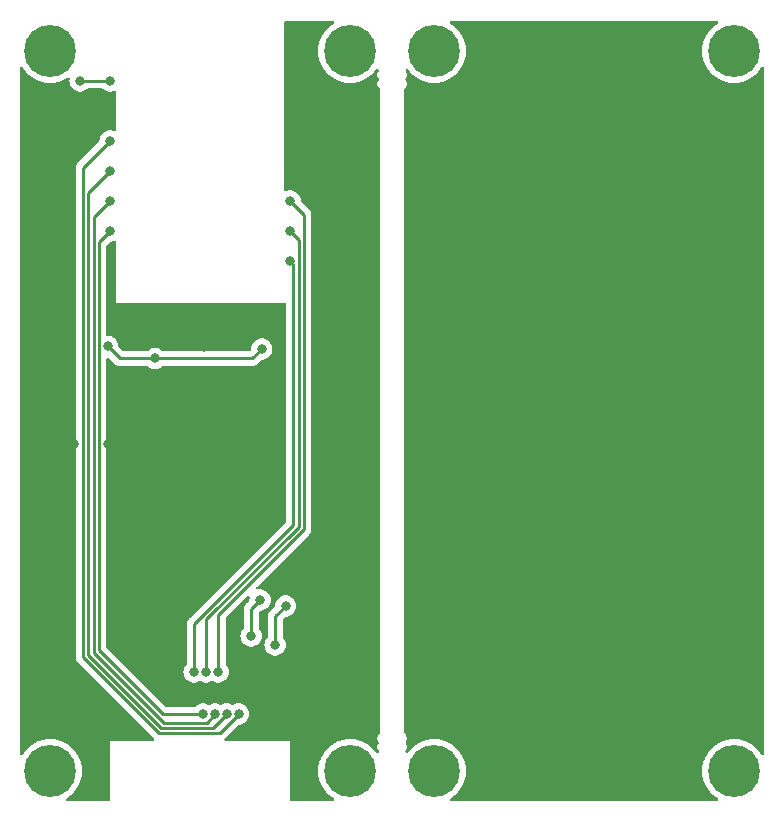
<source format=gbr>
%TF.GenerationSoftware,KiCad,Pcbnew,7.0.7*%
%TF.CreationDate,2023-08-25T22:45:50+10:00*%
%TF.ProjectId,SuperMini-EPD-Sheild,53757065-724d-4696-9e69-2d4550442d53,rev?*%
%TF.SameCoordinates,Original*%
%TF.FileFunction,Copper,L2,Bot*%
%TF.FilePolarity,Positive*%
%FSLAX46Y46*%
G04 Gerber Fmt 4.6, Leading zero omitted, Abs format (unit mm)*
G04 Created by KiCad (PCBNEW 7.0.7) date 2023-08-25 22:45:50*
%MOMM*%
%LPD*%
G01*
G04 APERTURE LIST*
%TA.AperFunction,ComponentPad*%
%ADD10C,4.400000*%
%TD*%
%TA.AperFunction,ViaPad*%
%ADD11C,0.800000*%
%TD*%
%TA.AperFunction,Conductor*%
%ADD12C,0.250000*%
%TD*%
G04 APERTURE END LIST*
D10*
%TO.P,REF\u002A\u002A,1*%
%TO.N,N/C*%
X63500000Y-99060000D03*
%TD*%
%TO.P,REF\u002A\u002A,1*%
%TO.N,N/C*%
X70612000Y-99060000D03*
%TD*%
%TO.P,REF\u002A\u002A,1*%
%TO.N,N/C*%
X63500000Y-38100000D03*
%TD*%
%TO.P,REF\u002A\u002A,1*%
%TO.N,N/C*%
X38100000Y-38100000D03*
%TD*%
%TO.P,REF\u002A\u002A,1*%
%TO.N,N/C*%
X96012000Y-38100000D03*
%TD*%
%TO.P,REF\u002A\u002A,1*%
%TO.N,N/C*%
X38100000Y-99060000D03*
%TD*%
%TO.P,REF\u002A\u002A,1*%
%TO.N,N/C*%
X96012000Y-99060000D03*
%TD*%
%TO.P,REF\u002A\u002A,1*%
%TO.N,N/C*%
X70612000Y-38100000D03*
%TD*%
D11*
%TO.N,GND*%
X55880000Y-84576000D03*
X55118000Y-87624000D03*
X43180000Y-40640000D03*
X40640000Y-40640000D03*
%TO.N,+3.3V*%
X40158500Y-71374000D03*
X51161038Y-63188500D03*
X49276000Y-91694000D03*
X42957500Y-71374000D03*
X50800000Y-82290000D03*
X43180000Y-43180000D03*
%TO.N,21*%
X50292000Y-90678000D03*
X58420000Y-55880000D03*
%TO.N,20*%
X51308000Y-90678000D03*
X58420000Y-53340000D03*
%TO.N,10*%
X58420000Y-50800000D03*
X52324000Y-90678000D03*
%TO.N,1*%
X43180000Y-53340000D03*
X51054000Y-94234000D03*
%TO.N,2*%
X43180000Y-50800000D03*
X52053503Y-94234000D03*
%TO.N,3*%
X43180000Y-48260000D03*
X53053006Y-94234000D03*
%TO.N,4*%
X43180000Y-45720000D03*
X54052509Y-94234000D03*
%TO.N,Net-(J1-Pin_3)*%
X58040000Y-85084000D03*
X57150000Y-88386000D03*
%TO.N,+BATT*%
X42957500Y-63118500D03*
X56020000Y-63328000D03*
X46990000Y-64135000D03*
%TD*%
D12*
%TO.N,GND*%
X55118000Y-85338000D02*
X55880000Y-84576000D01*
X43180000Y-40640000D02*
X40640000Y-40640000D01*
X55118000Y-87624000D02*
X55118000Y-85338000D01*
%TO.N,21*%
X58695000Y-56155000D02*
X58420000Y-55880000D01*
X50292000Y-86614000D02*
X58695000Y-78211000D01*
X50292000Y-90678000D02*
X50292000Y-86614000D01*
X58695000Y-78211000D02*
X58695000Y-56155000D01*
%TO.N,20*%
X59145000Y-54065000D02*
X58420000Y-53340000D01*
X59145000Y-78397396D02*
X59145000Y-54065000D01*
X51308000Y-90678000D02*
X51308000Y-86234396D01*
X51308000Y-86234396D02*
X59145000Y-78397396D01*
%TO.N,10*%
X52324000Y-85854792D02*
X59595000Y-78583792D01*
X52324000Y-90678000D02*
X52324000Y-85854792D01*
X59595000Y-78583792D02*
X59595000Y-51975000D01*
X59595000Y-51975000D02*
X58420000Y-50800000D01*
%TO.N,1*%
X51054000Y-94234000D02*
X47615695Y-94234000D01*
X47615695Y-94234000D02*
X42233000Y-88851305D01*
X42233000Y-54287000D02*
X43180000Y-53340000D01*
X42233000Y-88851305D02*
X42233000Y-54287000D01*
%TO.N,2*%
X52053503Y-94234000D02*
X52053503Y-94259802D01*
X51354305Y-94959000D02*
X47704299Y-94959000D01*
X41783000Y-52197000D02*
X43180000Y-50800000D01*
X52053503Y-94259802D02*
X51354305Y-94959000D01*
X41783000Y-89037701D02*
X41783000Y-52197000D01*
X47704299Y-94959000D02*
X41783000Y-89037701D01*
%TO.N,3*%
X41333000Y-89224097D02*
X41333000Y-50107000D01*
X41333000Y-50107000D02*
X43180000Y-48260000D01*
X53053006Y-94259802D02*
X51903808Y-95409000D01*
X47517903Y-95409000D02*
X41333000Y-89224097D01*
X51903808Y-95409000D02*
X47517903Y-95409000D01*
X53053006Y-94234000D02*
X53053006Y-94259802D01*
%TO.N,4*%
X54052509Y-94234000D02*
X54052509Y-94259802D01*
X47331507Y-95859000D02*
X40883000Y-89410493D01*
X54052509Y-94259802D02*
X52453311Y-95859000D01*
X40883000Y-89410493D02*
X40883000Y-48017000D01*
X40883000Y-48017000D02*
X43180000Y-45720000D01*
X52453311Y-95859000D02*
X47331507Y-95859000D01*
%TO.N,Net-(J1-Pin_3)*%
X57150000Y-85974000D02*
X58040000Y-85084000D01*
X57150000Y-88386000D02*
X57150000Y-85974000D01*
%TO.N,+BATT*%
X43974000Y-64135000D02*
X42957500Y-63118500D01*
X46990000Y-64135000D02*
X43974000Y-64135000D01*
X55213000Y-64135000D02*
X56020000Y-63328000D01*
X46990000Y-64135000D02*
X55213000Y-64135000D01*
%TD*%
%TA.AperFunction,NonConductor*%
G36*
X94615082Y-35580185D02*
G01*
X94660837Y-35632989D01*
X94670781Y-35702147D01*
X94641756Y-35765703D01*
X94612195Y-35790615D01*
X94549759Y-35828359D01*
X94475131Y-35873473D01*
X94217960Y-36074954D01*
X93986954Y-36305960D01*
X93785473Y-36563131D01*
X93616454Y-36842723D01*
X93616453Y-36842725D01*
X93482372Y-37140642D01*
X93482366Y-37140657D01*
X93385178Y-37452547D01*
X93326289Y-37773900D01*
X93306564Y-38100000D01*
X93326289Y-38426099D01*
X93385178Y-38747452D01*
X93482366Y-39059342D01*
X93482370Y-39059354D01*
X93482373Y-39059361D01*
X93616455Y-39357279D01*
X93718311Y-39525768D01*
X93785473Y-39636868D01*
X93986954Y-39894039D01*
X94217960Y-40125045D01*
X94475131Y-40326526D01*
X94475134Y-40326528D01*
X94475137Y-40326530D01*
X94754721Y-40495545D01*
X95052639Y-40629627D01*
X95052652Y-40629631D01*
X95052657Y-40629633D01*
X95364546Y-40726821D01*
X95364547Y-40726821D01*
X95685896Y-40785710D01*
X96012000Y-40805436D01*
X96338104Y-40785710D01*
X96659453Y-40726821D01*
X96971361Y-40629627D01*
X97269279Y-40495545D01*
X97548863Y-40326530D01*
X97806036Y-40125048D01*
X98037048Y-39894036D01*
X98238530Y-39636863D01*
X98321384Y-39499805D01*
X98372911Y-39452620D01*
X98441770Y-39440781D01*
X98506099Y-39468050D01*
X98545473Y-39525768D01*
X98551500Y-39563957D01*
X98551500Y-97596042D01*
X98531815Y-97663081D01*
X98479011Y-97708836D01*
X98409853Y-97718780D01*
X98346297Y-97689755D01*
X98321383Y-97660192D01*
X98315124Y-97649839D01*
X98238530Y-97523137D01*
X98037048Y-97265964D01*
X98037045Y-97265960D01*
X97806039Y-97034954D01*
X97548868Y-96833473D01*
X97523188Y-96817949D01*
X97269279Y-96664455D01*
X96971361Y-96530373D01*
X96971354Y-96530370D01*
X96971342Y-96530366D01*
X96659452Y-96433178D01*
X96338099Y-96374289D01*
X96012000Y-96354564D01*
X95685900Y-96374289D01*
X95364547Y-96433178D01*
X95052657Y-96530366D01*
X95052641Y-96530372D01*
X95052639Y-96530373D01*
X94929130Y-96585960D01*
X94754725Y-96664453D01*
X94754723Y-96664454D01*
X94475131Y-96833473D01*
X94217960Y-97034954D01*
X93986954Y-97265960D01*
X93785473Y-97523131D01*
X93673211Y-97708836D01*
X93616455Y-97802721D01*
X93505690Y-98048832D01*
X93482372Y-98100642D01*
X93482366Y-98100657D01*
X93385178Y-98412547D01*
X93326289Y-98733900D01*
X93306564Y-99060000D01*
X93326289Y-99386099D01*
X93385178Y-99707452D01*
X93482366Y-100019342D01*
X93482370Y-100019354D01*
X93482373Y-100019361D01*
X93616455Y-100317279D01*
X93780901Y-100589306D01*
X93785473Y-100596868D01*
X93986954Y-100854039D01*
X94217960Y-101085045D01*
X94475131Y-101286526D01*
X94475134Y-101286528D01*
X94475137Y-101286530D01*
X94612194Y-101369384D01*
X94659380Y-101420911D01*
X94671219Y-101489770D01*
X94643950Y-101554099D01*
X94586232Y-101593473D01*
X94548043Y-101599500D01*
X72075957Y-101599500D01*
X72008918Y-101579815D01*
X71963163Y-101527011D01*
X71953219Y-101457853D01*
X71982244Y-101394297D01*
X72011804Y-101369384D01*
X72148863Y-101286530D01*
X72406036Y-101085048D01*
X72637048Y-100854036D01*
X72838530Y-100596863D01*
X73007545Y-100317279D01*
X73141627Y-100019361D01*
X73238821Y-99707453D01*
X73297710Y-99386104D01*
X73317436Y-99060000D01*
X73297710Y-98733896D01*
X73238821Y-98412547D01*
X73205489Y-98305579D01*
X73141633Y-98100657D01*
X73141631Y-98100652D01*
X73141627Y-98100639D01*
X73007545Y-97802721D01*
X72838530Y-97523137D01*
X72838528Y-97523134D01*
X72838526Y-97523131D01*
X72637045Y-97265960D01*
X72406039Y-97034954D01*
X72148868Y-96833473D01*
X72123188Y-96817949D01*
X71869279Y-96664455D01*
X71571361Y-96530373D01*
X71571354Y-96530370D01*
X71571342Y-96530366D01*
X71259452Y-96433178D01*
X70938099Y-96374289D01*
X70612000Y-96354564D01*
X70285900Y-96374289D01*
X69964547Y-96433178D01*
X69652657Y-96530366D01*
X69652641Y-96530372D01*
X69652639Y-96530373D01*
X69529130Y-96585960D01*
X69354725Y-96664453D01*
X69354723Y-96664454D01*
X69075131Y-96833473D01*
X68817960Y-97034954D01*
X68586954Y-97265960D01*
X68411591Y-97489795D01*
X68354751Y-97530428D01*
X68284966Y-97533880D01*
X68224394Y-97499056D01*
X68209667Y-97480365D01*
X68203028Y-97470034D01*
X68183347Y-97402995D01*
X68203032Y-97335960D01*
X68265953Y-97238053D01*
X68306500Y-97099961D01*
X68306500Y-96956039D01*
X68265953Y-96817947D01*
X68203031Y-96720039D01*
X68183347Y-96653000D01*
X68203032Y-96585961D01*
X68203032Y-96585960D01*
X68265953Y-96488053D01*
X68306500Y-96349961D01*
X68306500Y-96206039D01*
X68265953Y-96067947D01*
X68188143Y-95946872D01*
X68114796Y-95883317D01*
X68077023Y-95824540D01*
X68072000Y-95789605D01*
X68072000Y-95098451D01*
X68072265Y-95092722D01*
X68072500Y-95090188D01*
X68072500Y-42069804D01*
X68072265Y-42067267D01*
X68072000Y-42061544D01*
X68072000Y-41370394D01*
X68091685Y-41303355D01*
X68114793Y-41276685D01*
X68188143Y-41213128D01*
X68265953Y-41092053D01*
X68306500Y-40953961D01*
X68306500Y-40810039D01*
X68265953Y-40671947D01*
X68203031Y-40574039D01*
X68183347Y-40507000D01*
X68203032Y-40439961D01*
X68203032Y-40439960D01*
X68265953Y-40342053D01*
X68306500Y-40203961D01*
X68306500Y-40060039D01*
X68265953Y-39921947D01*
X68203031Y-39824038D01*
X68183347Y-39756999D01*
X68203027Y-39689966D01*
X68209665Y-39679637D01*
X68262464Y-39633885D01*
X68331622Y-39623938D01*
X68395179Y-39652961D01*
X68411591Y-39670204D01*
X68586954Y-39894039D01*
X68817960Y-40125045D01*
X69075131Y-40326526D01*
X69075134Y-40326528D01*
X69075137Y-40326530D01*
X69354721Y-40495545D01*
X69652639Y-40629627D01*
X69652652Y-40629631D01*
X69652657Y-40629633D01*
X69964546Y-40726821D01*
X69964547Y-40726821D01*
X70285896Y-40785710D01*
X70612000Y-40805436D01*
X70938104Y-40785710D01*
X71259453Y-40726821D01*
X71571361Y-40629627D01*
X71869279Y-40495545D01*
X72148863Y-40326530D01*
X72406036Y-40125048D01*
X72637048Y-39894036D01*
X72838530Y-39636863D01*
X73007545Y-39357279D01*
X73141627Y-39059361D01*
X73238821Y-38747453D01*
X73297710Y-38426104D01*
X73317436Y-38100000D01*
X73297710Y-37773896D01*
X73238821Y-37452547D01*
X73141627Y-37140639D01*
X73007545Y-36842721D01*
X72838530Y-36563137D01*
X72838528Y-36563134D01*
X72838526Y-36563131D01*
X72637045Y-36305960D01*
X72406039Y-36074954D01*
X72148868Y-35873473D01*
X72143204Y-35870049D01*
X72011805Y-35790615D01*
X71964620Y-35739089D01*
X71952781Y-35670230D01*
X71980050Y-35605901D01*
X72037768Y-35566527D01*
X72075957Y-35560500D01*
X94548043Y-35560500D01*
X94615082Y-35580185D01*
G37*
%TD.AperFunction*%
%TA.AperFunction,Conductor*%
%TO.N,+3.3V*%
G36*
X35765703Y-39470244D02*
G01*
X35790615Y-39499804D01*
X35828850Y-39563052D01*
X35873473Y-39636868D01*
X36074954Y-39894039D01*
X36305960Y-40125045D01*
X36563131Y-40326526D01*
X36563134Y-40326528D01*
X36563137Y-40326530D01*
X36842721Y-40495545D01*
X37140639Y-40629627D01*
X37140652Y-40629631D01*
X37140657Y-40629633D01*
X37452546Y-40726821D01*
X37452547Y-40726821D01*
X37773896Y-40785710D01*
X38100000Y-40805436D01*
X38426104Y-40785710D01*
X38747453Y-40726821D01*
X39059361Y-40629627D01*
X39357279Y-40495545D01*
X39562798Y-40371303D01*
X39630348Y-40353469D01*
X39696822Y-40374986D01*
X39741110Y-40429027D01*
X39750265Y-40490383D01*
X39735630Y-40629633D01*
X39734540Y-40640000D01*
X39754326Y-40828256D01*
X39754327Y-40828259D01*
X39812818Y-41008277D01*
X39812821Y-41008284D01*
X39907467Y-41172216D01*
X40001526Y-41276679D01*
X40034129Y-41312888D01*
X40187265Y-41424148D01*
X40187270Y-41424151D01*
X40360192Y-41501142D01*
X40360197Y-41501144D01*
X40545354Y-41540500D01*
X40545355Y-41540500D01*
X40734644Y-41540500D01*
X40734646Y-41540500D01*
X40919803Y-41501144D01*
X41092730Y-41424151D01*
X41245871Y-41312888D01*
X41248788Y-41309647D01*
X41251600Y-41306526D01*
X41311087Y-41269879D01*
X41343748Y-41265500D01*
X42476252Y-41265500D01*
X42543291Y-41285185D01*
X42568400Y-41306526D01*
X42574126Y-41312885D01*
X42574130Y-41312889D01*
X42727265Y-41424148D01*
X42727270Y-41424151D01*
X42900192Y-41501142D01*
X42900197Y-41501144D01*
X43085354Y-41540500D01*
X43085355Y-41540500D01*
X43274644Y-41540500D01*
X43274646Y-41540500D01*
X43459803Y-41501144D01*
X43513066Y-41477429D01*
X43582312Y-41468144D01*
X43645589Y-41497772D01*
X43682804Y-41556906D01*
X43687500Y-41590709D01*
X43687500Y-44769290D01*
X43667815Y-44836329D01*
X43615011Y-44882084D01*
X43545853Y-44892028D01*
X43513064Y-44882569D01*
X43459807Y-44858857D01*
X43459802Y-44858855D01*
X43314000Y-44827865D01*
X43274646Y-44819500D01*
X43085354Y-44819500D01*
X43052897Y-44826398D01*
X42900197Y-44858855D01*
X42900192Y-44858857D01*
X42727270Y-44935848D01*
X42727265Y-44935851D01*
X42574129Y-45047111D01*
X42447466Y-45187785D01*
X42352821Y-45351715D01*
X42352818Y-45351722D01*
X42294327Y-45531740D01*
X42294326Y-45531744D01*
X42276679Y-45699649D01*
X42250094Y-45764263D01*
X42241039Y-45774368D01*
X40499208Y-47516199D01*
X40486951Y-47526020D01*
X40487134Y-47526241D01*
X40481123Y-47531213D01*
X40433772Y-47581636D01*
X40412889Y-47602519D01*
X40412877Y-47602532D01*
X40408621Y-47608017D01*
X40404837Y-47612447D01*
X40372937Y-47646418D01*
X40372936Y-47646420D01*
X40363284Y-47663976D01*
X40352610Y-47680226D01*
X40340329Y-47696061D01*
X40340324Y-47696068D01*
X40321815Y-47738838D01*
X40319245Y-47744084D01*
X40296803Y-47784906D01*
X40291822Y-47804307D01*
X40285521Y-47822710D01*
X40277562Y-47841102D01*
X40277561Y-47841106D01*
X40270271Y-47887127D01*
X40269087Y-47892846D01*
X40257499Y-47937983D01*
X40257499Y-47958019D01*
X40255973Y-47977407D01*
X40252840Y-47997192D01*
X40252840Y-47997195D01*
X40257225Y-48043583D01*
X40257500Y-48049421D01*
X40257500Y-89327748D01*
X40255775Y-89343365D01*
X40256061Y-89343392D01*
X40255326Y-89351158D01*
X40257500Y-89420307D01*
X40257500Y-89449836D01*
X40257501Y-89449853D01*
X40258368Y-89456724D01*
X40258826Y-89462543D01*
X40260290Y-89509117D01*
X40260291Y-89509120D01*
X40265880Y-89528360D01*
X40269824Y-89547404D01*
X40272336Y-89567284D01*
X40289490Y-89610612D01*
X40291382Y-89616140D01*
X40304381Y-89660881D01*
X40314580Y-89678127D01*
X40323138Y-89695596D01*
X40330514Y-89714225D01*
X40357898Y-89751916D01*
X40361106Y-89756800D01*
X40384827Y-89796909D01*
X40384833Y-89796917D01*
X40398990Y-89811073D01*
X40411628Y-89825869D01*
X40423405Y-89842079D01*
X40423406Y-89842080D01*
X40459309Y-89871781D01*
X40463620Y-89875703D01*
X45354130Y-94766214D01*
X46830704Y-96242788D01*
X46840529Y-96255051D01*
X46840750Y-96254869D01*
X46845718Y-96260874D01*
X46892822Y-96305108D01*
X46928216Y-96365349D01*
X46925424Y-96435163D01*
X46885330Y-96492384D01*
X46820665Y-96518845D01*
X46807938Y-96519500D01*
X43204760Y-96519500D01*
X43204554Y-96519459D01*
X43180000Y-96519459D01*
X43179901Y-96519500D01*
X43179617Y-96519616D01*
X43179615Y-96519618D01*
X43179459Y-96519999D01*
X43179476Y-96544616D01*
X43179471Y-96544616D01*
X43179500Y-96544759D01*
X43179500Y-101475500D01*
X43159815Y-101542539D01*
X43107011Y-101588294D01*
X43055500Y-101599500D01*
X39563957Y-101599500D01*
X39496918Y-101579815D01*
X39451163Y-101527011D01*
X39441219Y-101457853D01*
X39470244Y-101394297D01*
X39499804Y-101369384D01*
X39636863Y-101286530D01*
X39894036Y-101085048D01*
X40125048Y-100854036D01*
X40326530Y-100596863D01*
X40495545Y-100317279D01*
X40629627Y-100019361D01*
X40726821Y-99707453D01*
X40785710Y-99386104D01*
X40805436Y-99060000D01*
X40785710Y-98733896D01*
X40726821Y-98412547D01*
X40693489Y-98305579D01*
X40629633Y-98100657D01*
X40629631Y-98100652D01*
X40629627Y-98100639D01*
X40495545Y-97802721D01*
X40326530Y-97523137D01*
X40326528Y-97523134D01*
X40326526Y-97523131D01*
X40125045Y-97265960D01*
X39894039Y-97034954D01*
X39636868Y-96833473D01*
X39611185Y-96817947D01*
X39357279Y-96664455D01*
X39059361Y-96530373D01*
X39059354Y-96530370D01*
X39059342Y-96530366D01*
X38747452Y-96433178D01*
X38426099Y-96374289D01*
X38100000Y-96354564D01*
X37773900Y-96374289D01*
X37452547Y-96433178D01*
X37140657Y-96530366D01*
X37140641Y-96530372D01*
X37140639Y-96530373D01*
X37108675Y-96544759D01*
X36842725Y-96664453D01*
X36842723Y-96664454D01*
X36563131Y-96833473D01*
X36305960Y-97034954D01*
X36074954Y-97265960D01*
X35873473Y-97523132D01*
X35790617Y-97660192D01*
X35739089Y-97707380D01*
X35670229Y-97719218D01*
X35605901Y-97691949D01*
X35566527Y-97634230D01*
X35560500Y-97596042D01*
X35560500Y-39563957D01*
X35580185Y-39496918D01*
X35632989Y-39451163D01*
X35702147Y-39441219D01*
X35765703Y-39470244D01*
G37*
%TD.AperFunction*%
%TA.AperFunction,Conductor*%
G36*
X62103082Y-35580185D02*
G01*
X62148837Y-35632989D01*
X62158781Y-35702147D01*
X62129756Y-35765703D01*
X62100195Y-35790615D01*
X62037759Y-35828359D01*
X61963131Y-35873473D01*
X61705960Y-36074954D01*
X61474954Y-36305960D01*
X61273473Y-36563131D01*
X61104454Y-36842723D01*
X61104453Y-36842725D01*
X60970372Y-37140642D01*
X60970366Y-37140657D01*
X60873178Y-37452547D01*
X60814289Y-37773900D01*
X60794564Y-38100000D01*
X60814289Y-38426099D01*
X60873178Y-38747452D01*
X60970366Y-39059342D01*
X60970370Y-39059354D01*
X60970373Y-39059361D01*
X61104455Y-39357279D01*
X61228850Y-39563052D01*
X61273473Y-39636868D01*
X61474954Y-39894039D01*
X61705960Y-40125045D01*
X61963131Y-40326526D01*
X61963134Y-40326528D01*
X61963137Y-40326530D01*
X62242721Y-40495545D01*
X62540639Y-40629627D01*
X62540652Y-40629631D01*
X62540657Y-40629633D01*
X62852546Y-40726821D01*
X62852547Y-40726821D01*
X63173896Y-40785710D01*
X63500000Y-40805436D01*
X63826104Y-40785710D01*
X64147453Y-40726821D01*
X64459361Y-40629627D01*
X64757279Y-40495545D01*
X65036863Y-40326530D01*
X65294036Y-40125048D01*
X65525048Y-39894036D01*
X65700408Y-39670204D01*
X65757248Y-39629572D01*
X65827032Y-39626120D01*
X65887605Y-39660944D01*
X65902334Y-39679638D01*
X65908967Y-39689959D01*
X65928652Y-39756998D01*
X65908968Y-39824037D01*
X65846046Y-39921946D01*
X65846045Y-39921949D01*
X65805500Y-40060036D01*
X65805500Y-40203963D01*
X65846045Y-40342050D01*
X65908968Y-40439961D01*
X65928652Y-40507001D01*
X65908968Y-40574039D01*
X65846045Y-40671949D01*
X65805500Y-40810036D01*
X65805500Y-40953963D01*
X65846045Y-41092050D01*
X65923855Y-41213126D01*
X65923856Y-41213127D01*
X65923857Y-41213128D01*
X65997203Y-41276682D01*
X66034976Y-41335457D01*
X66039999Y-41370393D01*
X66039999Y-42061551D01*
X66039735Y-42067264D01*
X66039500Y-42069805D01*
X66039500Y-95090196D01*
X66039734Y-95092723D01*
X66039999Y-95098447D01*
X66039999Y-95789606D01*
X66020314Y-95856645D01*
X65997203Y-95883317D01*
X65942614Y-95930619D01*
X65923856Y-95946873D01*
X65846045Y-96067949D01*
X65805500Y-96206036D01*
X65805500Y-96349963D01*
X65846045Y-96488050D01*
X65908968Y-96585961D01*
X65928652Y-96653001D01*
X65908968Y-96720039D01*
X65846045Y-96817949D01*
X65805500Y-96956036D01*
X65805500Y-97099963D01*
X65846045Y-97238050D01*
X65908968Y-97335960D01*
X65928652Y-97402999D01*
X65908970Y-97470035D01*
X65902337Y-97480357D01*
X65849535Y-97526113D01*
X65780377Y-97536060D01*
X65716820Y-97507037D01*
X65700408Y-97489794D01*
X65525045Y-97265960D01*
X65294039Y-97034954D01*
X65036868Y-96833473D01*
X65011185Y-96817947D01*
X64757279Y-96664455D01*
X64459361Y-96530373D01*
X64459354Y-96530370D01*
X64459342Y-96530366D01*
X64147452Y-96433178D01*
X63826099Y-96374289D01*
X63500000Y-96354564D01*
X63173900Y-96374289D01*
X62852547Y-96433178D01*
X62540657Y-96530366D01*
X62540641Y-96530372D01*
X62540639Y-96530373D01*
X62508675Y-96544759D01*
X62242725Y-96664453D01*
X62242723Y-96664454D01*
X61963131Y-96833473D01*
X61705960Y-97034954D01*
X61474954Y-97265960D01*
X61273473Y-97523131D01*
X61162091Y-97707380D01*
X61104455Y-97802721D01*
X60993690Y-98048832D01*
X60970372Y-98100642D01*
X60970366Y-98100657D01*
X60873178Y-98412547D01*
X60814289Y-98733900D01*
X60794564Y-99060000D01*
X60814289Y-99386099D01*
X60873178Y-99707452D01*
X60970366Y-100019342D01*
X60970370Y-100019354D01*
X60970373Y-100019361D01*
X61104455Y-100317279D01*
X61268901Y-100589306D01*
X61273473Y-100596868D01*
X61474954Y-100854039D01*
X61705960Y-101085045D01*
X61963131Y-101286526D01*
X61963134Y-101286528D01*
X61963137Y-101286530D01*
X62100194Y-101369384D01*
X62147380Y-101420911D01*
X62159219Y-101489770D01*
X62131950Y-101554099D01*
X62074232Y-101593473D01*
X62036043Y-101599500D01*
X58544500Y-101599500D01*
X58477461Y-101579815D01*
X58431706Y-101527011D01*
X58420500Y-101475500D01*
X58420500Y-96544759D01*
X58420528Y-96544616D01*
X58420524Y-96544616D01*
X58420539Y-96520002D01*
X58420541Y-96520000D01*
X58420462Y-96519808D01*
X58420384Y-96519618D01*
X58420382Y-96519616D01*
X58420099Y-96519500D01*
X58420000Y-96519459D01*
X58395446Y-96519459D01*
X58395240Y-96519500D01*
X52982208Y-96519500D01*
X52915169Y-96499815D01*
X52869414Y-96447011D01*
X52859470Y-96377853D01*
X52886661Y-96316464D01*
X52899050Y-96301486D01*
X52914611Y-96282675D01*
X52918512Y-96278387D01*
X54026081Y-95170819D01*
X54087405Y-95137334D01*
X54113763Y-95134500D01*
X54147153Y-95134500D01*
X54147155Y-95134500D01*
X54332312Y-95095144D01*
X54505239Y-95018151D01*
X54658380Y-94906888D01*
X54785042Y-94766216D01*
X54879688Y-94602284D01*
X54938183Y-94422256D01*
X54957969Y-94234000D01*
X54938183Y-94045744D01*
X54879688Y-93865716D01*
X54785042Y-93701784D01*
X54658380Y-93561112D01*
X54658379Y-93561111D01*
X54505243Y-93449851D01*
X54505238Y-93449848D01*
X54332316Y-93372857D01*
X54332311Y-93372855D01*
X54186510Y-93341865D01*
X54147155Y-93333500D01*
X53957863Y-93333500D01*
X53925406Y-93340398D01*
X53772706Y-93372855D01*
X53772701Y-93372857D01*
X53603193Y-93448328D01*
X53533943Y-93457613D01*
X53502321Y-93448328D01*
X53332813Y-93372857D01*
X53332808Y-93372855D01*
X53187007Y-93341865D01*
X53147652Y-93333500D01*
X52958360Y-93333500D01*
X52925903Y-93340398D01*
X52773203Y-93372855D01*
X52773198Y-93372857D01*
X52603690Y-93448328D01*
X52534440Y-93457613D01*
X52502818Y-93448328D01*
X52333310Y-93372857D01*
X52333305Y-93372855D01*
X52187504Y-93341865D01*
X52148149Y-93333500D01*
X51958857Y-93333500D01*
X51926400Y-93340398D01*
X51773700Y-93372855D01*
X51773695Y-93372857D01*
X51604187Y-93448328D01*
X51534937Y-93457613D01*
X51503315Y-93448328D01*
X51333807Y-93372857D01*
X51333802Y-93372855D01*
X51188000Y-93341865D01*
X51148646Y-93333500D01*
X50959354Y-93333500D01*
X50926897Y-93340398D01*
X50774197Y-93372855D01*
X50774192Y-93372857D01*
X50601270Y-93449848D01*
X50601265Y-93449851D01*
X50448130Y-93561110D01*
X50448126Y-93561114D01*
X50442400Y-93567474D01*
X50382913Y-93604121D01*
X50350252Y-93608500D01*
X47926148Y-93608500D01*
X47859109Y-93588815D01*
X47838467Y-93572181D01*
X42894819Y-88628533D01*
X42861334Y-88567210D01*
X42858500Y-88540852D01*
X42858500Y-64203452D01*
X42878185Y-64136413D01*
X42930989Y-64090658D01*
X43000147Y-64080714D01*
X43063703Y-64109739D01*
X43070181Y-64115771D01*
X43473197Y-64518788D01*
X43483022Y-64531051D01*
X43483243Y-64530869D01*
X43488214Y-64536878D01*
X43509043Y-64556437D01*
X43538635Y-64584226D01*
X43559529Y-64605120D01*
X43565011Y-64609373D01*
X43569443Y-64613157D01*
X43603418Y-64645062D01*
X43620976Y-64654714D01*
X43637235Y-64665395D01*
X43653064Y-64677673D01*
X43695838Y-64696182D01*
X43701056Y-64698738D01*
X43741908Y-64721197D01*
X43761316Y-64726180D01*
X43779717Y-64732480D01*
X43798104Y-64740437D01*
X43841488Y-64747308D01*
X43844119Y-64747725D01*
X43849839Y-64748909D01*
X43894981Y-64760500D01*
X43915016Y-64760500D01*
X43934414Y-64762026D01*
X43954194Y-64765159D01*
X43954195Y-64765160D01*
X43954195Y-64765159D01*
X43954196Y-64765160D01*
X44000583Y-64760775D01*
X44006422Y-64760500D01*
X46286252Y-64760500D01*
X46353291Y-64780185D01*
X46378400Y-64801526D01*
X46384126Y-64807885D01*
X46384130Y-64807889D01*
X46537265Y-64919148D01*
X46537270Y-64919151D01*
X46710192Y-64996142D01*
X46710197Y-64996144D01*
X46895354Y-65035500D01*
X46895355Y-65035500D01*
X47084644Y-65035500D01*
X47084646Y-65035500D01*
X47269803Y-64996144D01*
X47442730Y-64919151D01*
X47595871Y-64807888D01*
X47598788Y-64804647D01*
X47601600Y-64801526D01*
X47661087Y-64764879D01*
X47693748Y-64760500D01*
X55130257Y-64760500D01*
X55145877Y-64762224D01*
X55145904Y-64761939D01*
X55153660Y-64762671D01*
X55153667Y-64762673D01*
X55222814Y-64760500D01*
X55252350Y-64760500D01*
X55259228Y-64759630D01*
X55265041Y-64759172D01*
X55311627Y-64757709D01*
X55330869Y-64752117D01*
X55349912Y-64748174D01*
X55369792Y-64745664D01*
X55413122Y-64728507D01*
X55418646Y-64726617D01*
X55422396Y-64725527D01*
X55463390Y-64713618D01*
X55480629Y-64703422D01*
X55498103Y-64694862D01*
X55516727Y-64687488D01*
X55516727Y-64687487D01*
X55516732Y-64687486D01*
X55554449Y-64660082D01*
X55559305Y-64656892D01*
X55599420Y-64633170D01*
X55613589Y-64618999D01*
X55628379Y-64606368D01*
X55644587Y-64594594D01*
X55674299Y-64558676D01*
X55678212Y-64554376D01*
X55967772Y-64264816D01*
X56029094Y-64231334D01*
X56055452Y-64228500D01*
X56114644Y-64228500D01*
X56114646Y-64228500D01*
X56299803Y-64189144D01*
X56472730Y-64112151D01*
X56625871Y-64000888D01*
X56752533Y-63860216D01*
X56847179Y-63696284D01*
X56905674Y-63516256D01*
X56925460Y-63328000D01*
X56905674Y-63139744D01*
X56847179Y-62959716D01*
X56752533Y-62795784D01*
X56625871Y-62655112D01*
X56625870Y-62655111D01*
X56472734Y-62543851D01*
X56472729Y-62543848D01*
X56299807Y-62466857D01*
X56299802Y-62466855D01*
X56154000Y-62435865D01*
X56114646Y-62427500D01*
X55925354Y-62427500D01*
X55892897Y-62434398D01*
X55740197Y-62466855D01*
X55740192Y-62466857D01*
X55567270Y-62543848D01*
X55567265Y-62543851D01*
X55414129Y-62655111D01*
X55287466Y-62795785D01*
X55192821Y-62959715D01*
X55192818Y-62959722D01*
X55135093Y-63137384D01*
X55134326Y-63139744D01*
X55130845Y-63172869D01*
X55116679Y-63307649D01*
X55090094Y-63372263D01*
X55081040Y-63382368D01*
X54990228Y-63473181D01*
X54928905Y-63506666D01*
X54902546Y-63509500D01*
X47693748Y-63509500D01*
X47626709Y-63489815D01*
X47601600Y-63468474D01*
X47595873Y-63462114D01*
X47595869Y-63462110D01*
X47442734Y-63350851D01*
X47442729Y-63350848D01*
X47269807Y-63273857D01*
X47269802Y-63273855D01*
X47124001Y-63242865D01*
X47084646Y-63234500D01*
X46895354Y-63234500D01*
X46862897Y-63241398D01*
X46710197Y-63273855D01*
X46710192Y-63273857D01*
X46537270Y-63350848D01*
X46537265Y-63350851D01*
X46384130Y-63462110D01*
X46384126Y-63462114D01*
X46378400Y-63468474D01*
X46318913Y-63505121D01*
X46286252Y-63509500D01*
X44284452Y-63509500D01*
X44217413Y-63489815D01*
X44196771Y-63473181D01*
X43896460Y-63172869D01*
X43862975Y-63111546D01*
X43860823Y-63098168D01*
X43843174Y-62930244D01*
X43784679Y-62750216D01*
X43690033Y-62586284D01*
X43563371Y-62445612D01*
X43538442Y-62427500D01*
X43410234Y-62334351D01*
X43410229Y-62334348D01*
X43237307Y-62257357D01*
X43237302Y-62257355D01*
X43091500Y-62226365D01*
X43052146Y-62218000D01*
X42982500Y-62218000D01*
X42915461Y-62198315D01*
X42869706Y-62145511D01*
X42858500Y-62094000D01*
X42858500Y-54597452D01*
X42878185Y-54530413D01*
X42894819Y-54509771D01*
X43127772Y-54276819D01*
X43189095Y-54243334D01*
X43215453Y-54240500D01*
X43274644Y-54240500D01*
X43274646Y-54240500D01*
X43459803Y-54201144D01*
X43513066Y-54177429D01*
X43582312Y-54168144D01*
X43645589Y-54197772D01*
X43682804Y-54256906D01*
X43687500Y-54290709D01*
X43687500Y-59411467D01*
X43687416Y-59411889D01*
X43687459Y-59436001D01*
X43687500Y-59436099D01*
X43687616Y-59436382D01*
X43687618Y-59436384D01*
X43687808Y-59436462D01*
X43688000Y-59436541D01*
X43688002Y-59436539D01*
X43712616Y-59436524D01*
X43712616Y-59436528D01*
X43712760Y-59436500D01*
X57887240Y-59436500D01*
X57887383Y-59436528D01*
X57887384Y-59436524D01*
X57911999Y-59436540D01*
X57912000Y-59436541D01*
X57912000Y-59436540D01*
X57936618Y-59436558D01*
X57936616Y-59438155D01*
X57967681Y-59434858D01*
X58030118Y-59466218D01*
X58065689Y-59526355D01*
X58069499Y-59556858D01*
X58069500Y-77900546D01*
X58049815Y-77967585D01*
X58033181Y-77988227D01*
X49908208Y-86113199D01*
X49895951Y-86123020D01*
X49896134Y-86123241D01*
X49890123Y-86128213D01*
X49842772Y-86178636D01*
X49821889Y-86199519D01*
X49821877Y-86199532D01*
X49817621Y-86205017D01*
X49813837Y-86209447D01*
X49781937Y-86243418D01*
X49781936Y-86243420D01*
X49772284Y-86260976D01*
X49761610Y-86277226D01*
X49749329Y-86293061D01*
X49749324Y-86293068D01*
X49730815Y-86335838D01*
X49728245Y-86341084D01*
X49705803Y-86381906D01*
X49700822Y-86401307D01*
X49694521Y-86419710D01*
X49686562Y-86438102D01*
X49686561Y-86438105D01*
X49679271Y-86484127D01*
X49678087Y-86489846D01*
X49666501Y-86534972D01*
X49666500Y-86534982D01*
X49666500Y-86555016D01*
X49664973Y-86574415D01*
X49661840Y-86594194D01*
X49661840Y-86594195D01*
X49666225Y-86640583D01*
X49666500Y-86646421D01*
X49666500Y-89979312D01*
X49646815Y-90046351D01*
X49634650Y-90062284D01*
X49559466Y-90145784D01*
X49464821Y-90309715D01*
X49464818Y-90309722D01*
X49406327Y-90489740D01*
X49406326Y-90489744D01*
X49386540Y-90678000D01*
X49406326Y-90866256D01*
X49406327Y-90866259D01*
X49464818Y-91046277D01*
X49464821Y-91046284D01*
X49559467Y-91210216D01*
X49686128Y-91350888D01*
X49686129Y-91350888D01*
X49839265Y-91462148D01*
X49839270Y-91462151D01*
X50012192Y-91539142D01*
X50012197Y-91539144D01*
X50197354Y-91578500D01*
X50197355Y-91578500D01*
X50386644Y-91578500D01*
X50386646Y-91578500D01*
X50571803Y-91539144D01*
X50744730Y-91462151D01*
X50744734Y-91462148D01*
X50749563Y-91459998D01*
X50818813Y-91450712D01*
X50850437Y-91459998D01*
X50855265Y-91462148D01*
X50855270Y-91462151D01*
X51028197Y-91539144D01*
X51213354Y-91578500D01*
X51213355Y-91578500D01*
X51402644Y-91578500D01*
X51402646Y-91578500D01*
X51587803Y-91539144D01*
X51760730Y-91462151D01*
X51760734Y-91462148D01*
X51765563Y-91459998D01*
X51834813Y-91450712D01*
X51866437Y-91459998D01*
X51871265Y-91462148D01*
X51871270Y-91462151D01*
X52044197Y-91539144D01*
X52229354Y-91578500D01*
X52229355Y-91578500D01*
X52418644Y-91578500D01*
X52418646Y-91578500D01*
X52603803Y-91539144D01*
X52776730Y-91462151D01*
X52929871Y-91350888D01*
X53056533Y-91210216D01*
X53151179Y-91046284D01*
X53209674Y-90866256D01*
X53229460Y-90678000D01*
X53209674Y-90489744D01*
X53151179Y-90309716D01*
X53056533Y-90145784D01*
X52981350Y-90062284D01*
X52951120Y-89999292D01*
X52949500Y-89979312D01*
X52949500Y-86165244D01*
X52969185Y-86098205D01*
X52985819Y-86077563D01*
X53855255Y-85208127D01*
X54784346Y-84279035D01*
X54845667Y-84245552D01*
X54915359Y-84250536D01*
X54971292Y-84292408D01*
X54995709Y-84357872D01*
X54994100Y-84381186D01*
X54995006Y-84381282D01*
X54994327Y-84387740D01*
X54994326Y-84387744D01*
X54977085Y-84551784D01*
X54976679Y-84555649D01*
X54950094Y-84620263D01*
X54941039Y-84630368D01*
X54734208Y-84837199D01*
X54721951Y-84847020D01*
X54722134Y-84847241D01*
X54716123Y-84852213D01*
X54668772Y-84902636D01*
X54647889Y-84923519D01*
X54647877Y-84923532D01*
X54643621Y-84929017D01*
X54639837Y-84933447D01*
X54607937Y-84967418D01*
X54607936Y-84967420D01*
X54598284Y-84984976D01*
X54587610Y-85001226D01*
X54575329Y-85017061D01*
X54575324Y-85017068D01*
X54556815Y-85059838D01*
X54554245Y-85065084D01*
X54531803Y-85105906D01*
X54526822Y-85125307D01*
X54520521Y-85143710D01*
X54512562Y-85162102D01*
X54512561Y-85162105D01*
X54505271Y-85208127D01*
X54504087Y-85213846D01*
X54492501Y-85258972D01*
X54492500Y-85258982D01*
X54492500Y-85279016D01*
X54490973Y-85298415D01*
X54487840Y-85318194D01*
X54487840Y-85318195D01*
X54492225Y-85364583D01*
X54492500Y-85370421D01*
X54492500Y-86925312D01*
X54472815Y-86992351D01*
X54460650Y-87008284D01*
X54385466Y-87091784D01*
X54290821Y-87255715D01*
X54290818Y-87255722D01*
X54232327Y-87435740D01*
X54232326Y-87435744D01*
X54212540Y-87624000D01*
X54232326Y-87812256D01*
X54232327Y-87812259D01*
X54290818Y-87992277D01*
X54290821Y-87992284D01*
X54385467Y-88156216D01*
X54512128Y-88296887D01*
X54512129Y-88296888D01*
X54665265Y-88408148D01*
X54665270Y-88408151D01*
X54838192Y-88485142D01*
X54838197Y-88485144D01*
X55023354Y-88524500D01*
X55023355Y-88524500D01*
X55212644Y-88524500D01*
X55212646Y-88524500D01*
X55397803Y-88485144D01*
X55570730Y-88408151D01*
X55601218Y-88386000D01*
X56244540Y-88386000D01*
X56264326Y-88574256D01*
X56264327Y-88574259D01*
X56322818Y-88754277D01*
X56322821Y-88754284D01*
X56417467Y-88918216D01*
X56544128Y-89058888D01*
X56544129Y-89058888D01*
X56697265Y-89170148D01*
X56697270Y-89170151D01*
X56870192Y-89247142D01*
X56870197Y-89247144D01*
X57055354Y-89286500D01*
X57055355Y-89286500D01*
X57244644Y-89286500D01*
X57244646Y-89286500D01*
X57429803Y-89247144D01*
X57602730Y-89170151D01*
X57755871Y-89058888D01*
X57882533Y-88918216D01*
X57977179Y-88754284D01*
X58035674Y-88574256D01*
X58055460Y-88386000D01*
X58035674Y-88197744D01*
X57977179Y-88017716D01*
X57882533Y-87853784D01*
X57845141Y-87812256D01*
X57807350Y-87770284D01*
X57777120Y-87707292D01*
X57775500Y-87687312D01*
X57775500Y-86284452D01*
X57795185Y-86217413D01*
X57811819Y-86196771D01*
X57987772Y-86020819D01*
X58049095Y-85987334D01*
X58075453Y-85984500D01*
X58134644Y-85984500D01*
X58134646Y-85984500D01*
X58319803Y-85945144D01*
X58492730Y-85868151D01*
X58645871Y-85756888D01*
X58772533Y-85616216D01*
X58867179Y-85452284D01*
X58925674Y-85272256D01*
X58945460Y-85084000D01*
X58925674Y-84895744D01*
X58867179Y-84715716D01*
X58772533Y-84551784D01*
X58645871Y-84411112D01*
X58613708Y-84387744D01*
X58492734Y-84299851D01*
X58492729Y-84299848D01*
X58319807Y-84222857D01*
X58319802Y-84222855D01*
X58174000Y-84191865D01*
X58134646Y-84183500D01*
X57945354Y-84183500D01*
X57912897Y-84190398D01*
X57760197Y-84222855D01*
X57760192Y-84222857D01*
X57587270Y-84299848D01*
X57587265Y-84299851D01*
X57434129Y-84411111D01*
X57307466Y-84551785D01*
X57212821Y-84715715D01*
X57212818Y-84715722D01*
X57154327Y-84895740D01*
X57154326Y-84895744D01*
X57136798Y-85062514D01*
X57136679Y-85063649D01*
X57110094Y-85128263D01*
X57101039Y-85138368D01*
X56766208Y-85473199D01*
X56753951Y-85483020D01*
X56754134Y-85483241D01*
X56748123Y-85488213D01*
X56700772Y-85538636D01*
X56679889Y-85559519D01*
X56679877Y-85559532D01*
X56675621Y-85565017D01*
X56671837Y-85569447D01*
X56639937Y-85603418D01*
X56639936Y-85603420D01*
X56630284Y-85620976D01*
X56619610Y-85637226D01*
X56607329Y-85653061D01*
X56607324Y-85653068D01*
X56588815Y-85695838D01*
X56586245Y-85701084D01*
X56563803Y-85741906D01*
X56558822Y-85761307D01*
X56552521Y-85779710D01*
X56544562Y-85798102D01*
X56544561Y-85798105D01*
X56537271Y-85844127D01*
X56536087Y-85849846D01*
X56524501Y-85894972D01*
X56524500Y-85894982D01*
X56524500Y-85915016D01*
X56522973Y-85934415D01*
X56519840Y-85954194D01*
X56519840Y-85954195D01*
X56524225Y-86000583D01*
X56524500Y-86006421D01*
X56524500Y-87687312D01*
X56504815Y-87754351D01*
X56492650Y-87770284D01*
X56417466Y-87853784D01*
X56322821Y-88017715D01*
X56322818Y-88017722D01*
X56277820Y-88156214D01*
X56264326Y-88197744D01*
X56244540Y-88386000D01*
X55601218Y-88386000D01*
X55723871Y-88296888D01*
X55850533Y-88156216D01*
X55945179Y-87992284D01*
X56003674Y-87812256D01*
X56023460Y-87624000D01*
X56003674Y-87435744D01*
X55945179Y-87255716D01*
X55850533Y-87091784D01*
X55775350Y-87008284D01*
X55745120Y-86945292D01*
X55743500Y-86925312D01*
X55743500Y-85648452D01*
X55763185Y-85581413D01*
X55779819Y-85560771D01*
X55827771Y-85512819D01*
X55889094Y-85479334D01*
X55915452Y-85476500D01*
X55974644Y-85476500D01*
X55974646Y-85476500D01*
X56159803Y-85437144D01*
X56332730Y-85360151D01*
X56485871Y-85248888D01*
X56612533Y-85108216D01*
X56707179Y-84944284D01*
X56765674Y-84764256D01*
X56785460Y-84576000D01*
X56765674Y-84387744D01*
X56707179Y-84207716D01*
X56612533Y-84043784D01*
X56485871Y-83903112D01*
X56485870Y-83903111D01*
X56332734Y-83791851D01*
X56332729Y-83791848D01*
X56159807Y-83714857D01*
X56159802Y-83714855D01*
X56014000Y-83683865D01*
X55974646Y-83675500D01*
X55785354Y-83675500D01*
X55785352Y-83675500D01*
X55690058Y-83695755D01*
X55620391Y-83690439D01*
X55564658Y-83648301D01*
X55540553Y-83582721D01*
X55555730Y-83514520D01*
X55576593Y-83486788D01*
X59978788Y-79084593D01*
X59991042Y-79074778D01*
X59990859Y-79074556D01*
X59996866Y-79069584D01*
X59996877Y-79069578D01*
X60027775Y-79036674D01*
X60044227Y-79019156D01*
X60054671Y-79008710D01*
X60065120Y-78998263D01*
X60069379Y-78992770D01*
X60073152Y-78988353D01*
X60105062Y-78954374D01*
X60114715Y-78936812D01*
X60125389Y-78920562D01*
X60137673Y-78904728D01*
X60156180Y-78861959D01*
X60158749Y-78856716D01*
X60181196Y-78815885D01*
X60181197Y-78815884D01*
X60186177Y-78796483D01*
X60192478Y-78778080D01*
X60200438Y-78759688D01*
X60207730Y-78713641D01*
X60208911Y-78707944D01*
X60220500Y-78662811D01*
X60220500Y-78642775D01*
X60222027Y-78623374D01*
X60225160Y-78603595D01*
X60225160Y-78603592D01*
X60224022Y-78591560D01*
X60220772Y-78557186D01*
X60220499Y-78551391D01*
X60220499Y-52057749D01*
X60222224Y-52042128D01*
X60221938Y-52042101D01*
X60222671Y-52034341D01*
X60222673Y-52034333D01*
X60220500Y-51965185D01*
X60220500Y-51935650D01*
X60219631Y-51928772D01*
X60219172Y-51922943D01*
X60217709Y-51876372D01*
X60212122Y-51857144D01*
X60208174Y-51838084D01*
X60205663Y-51818204D01*
X60188512Y-51774887D01*
X60186619Y-51769358D01*
X60173618Y-51724609D01*
X60173616Y-51724606D01*
X60163423Y-51707371D01*
X60154861Y-51689894D01*
X60147487Y-51671270D01*
X60140130Y-51661144D01*
X60120079Y-51633545D01*
X60116888Y-51628686D01*
X60116567Y-51628144D01*
X60093170Y-51588580D01*
X60093168Y-51588578D01*
X60093165Y-51588574D01*
X60079006Y-51574415D01*
X60066368Y-51559619D01*
X60054594Y-51543413D01*
X60018688Y-51513709D01*
X60014376Y-51509786D01*
X59358960Y-50854369D01*
X59325475Y-50793046D01*
X59323323Y-50779668D01*
X59305674Y-50611744D01*
X59247179Y-50431716D01*
X59152533Y-50267784D01*
X59025871Y-50127112D01*
X59025870Y-50127111D01*
X58872734Y-50015851D01*
X58872729Y-50015848D01*
X58699807Y-49938857D01*
X58699802Y-49938855D01*
X58554000Y-49907865D01*
X58514646Y-49899500D01*
X58325354Y-49899500D01*
X58292897Y-49906398D01*
X58140197Y-49938855D01*
X58140192Y-49938857D01*
X58086936Y-49962569D01*
X58017686Y-49971854D01*
X57954409Y-49942226D01*
X57917196Y-49883091D01*
X57912500Y-49849290D01*
X57912500Y-35684500D01*
X57932185Y-35617461D01*
X57984989Y-35571706D01*
X58036500Y-35560500D01*
X62036043Y-35560500D01*
X62103082Y-35580185D01*
G37*
%TD.AperFunction*%
%TD*%
M02*

</source>
